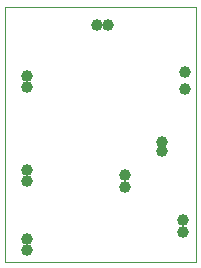
<source format=gbl>
G75*
%MOIN*%
%OFA0B0*%
%FSLAX24Y24*%
%IPPOS*%
%LPD*%
%AMOC8*
5,1,8,0,0,1.08239X$1,22.5*
%
%ADD10C,0.0000*%
%ADD11C,0.0397*%
D10*
X002517Y002517D02*
X002517Y011017D01*
X008892Y011017D01*
X008892Y002517D01*
X002517Y002517D01*
D11*
X003267Y002892D03*
X003267Y003267D03*
X003267Y005204D03*
X003267Y005579D03*
X003267Y008329D03*
X003267Y008704D03*
X005579Y010392D03*
X005954Y010392D03*
X008517Y008829D03*
X008517Y008267D03*
X007767Y006517D03*
X007767Y006204D03*
X006517Y005392D03*
X006517Y005017D03*
X008454Y003892D03*
X008454Y003517D03*
M02*

</source>
